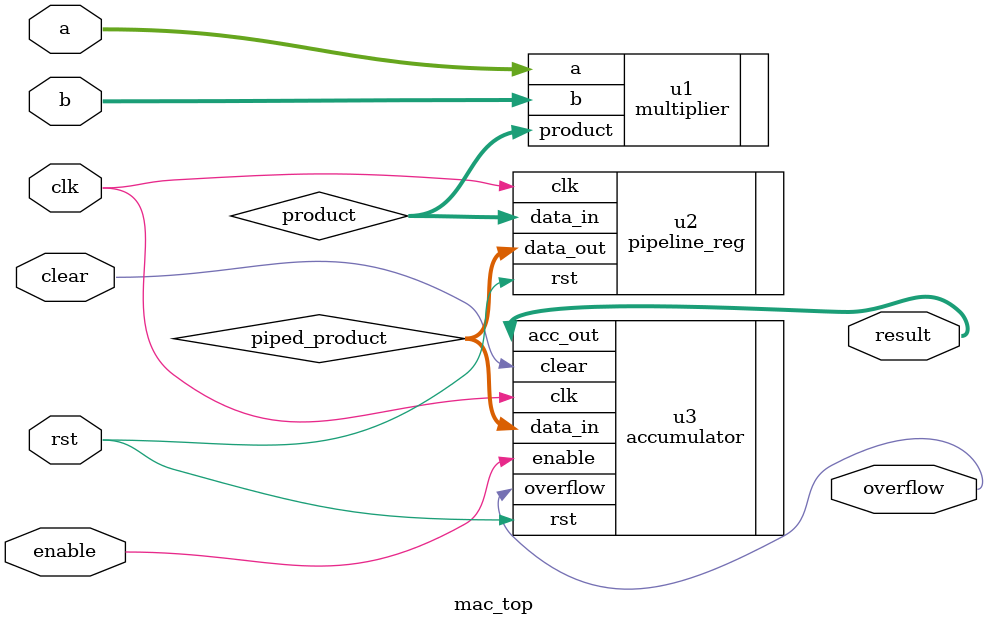
<source format=v>
module mac_top (
    input clk,
    input rst,
    input enable,
    input clear,
    input [7:0] a,
    input [7:0] b,
    output [15:0] result,
    output overflow
);

wire [15:0] product;
wire [15:0] piped_product;

multiplier u1 (
    .a(a),
    .b(b),
    .product(product)
);

pipeline_reg u2 (
    .clk(clk),
    .rst(rst),
    .data_in(product),
    .data_out(piped_product)
);

accumulator u3 (
    .clk(clk),
    .rst(rst),
    .enable(enable),
    .clear(clear),
    .data_in(piped_product),
    .acc_out(result),
    .overflow(overflow)
);

endmodule

</source>
